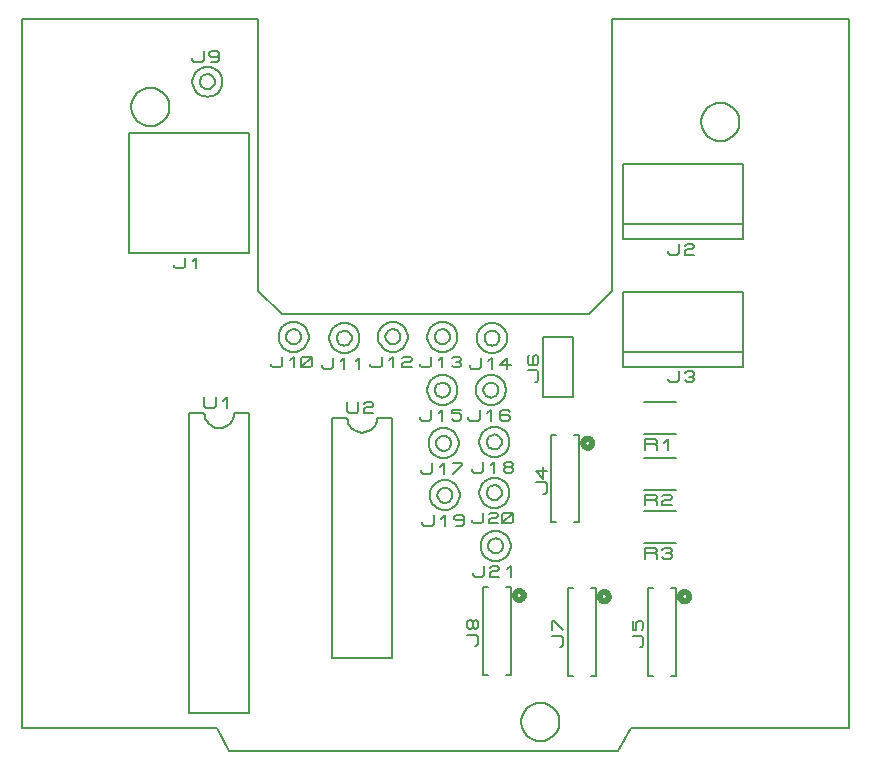
<source format=gbr>
G04 PROTEUS GERBER X2 FILE*
%TF.GenerationSoftware,Labcenter,Proteus,8.12-SP2-Build31155*%
%TF.CreationDate,2022-12-03T19:28:30+00:00*%
%TF.FileFunction,Legend,Top*%
%TF.FilePolarity,Positive*%
%TF.Part,Single*%
%TF.SameCoordinates,{ab386329-c5d6-4b76-aca3-cb6d5b16447b}*%
%FSLAX45Y45*%
%MOMM*%
G01*
%TA.AperFunction,Profile*%
%ADD20C,0.203200*%
%TA.AperFunction,Material*%
%ADD26C,0.203200*%
%ADD27C,0.508000*%
%ADD28C,0.152400*%
%ADD29C,0.200000*%
%TD.AperFunction*%
D20*
X+0Y+0D02*
X+1650000Y+0D01*
X+7000000Y+0D02*
X+7000000Y+6000000D01*
X+5000000Y+6000000D01*
X+5000000Y+3700000D01*
X+4800000Y+3500000D01*
X+2200000Y+3500000D01*
X+2000000Y+3700000D02*
X+2000000Y+6000000D01*
X+0Y+6000000D01*
X+0Y+0D01*
X+2000000Y+3700000D02*
X+2200000Y+3500000D01*
X+5160000Y+0D02*
X+7000000Y+0D01*
X+1750000Y-200000D02*
X+5050000Y-200000D01*
X+1650000Y+0D02*
X+1750000Y-200000D01*
X+5160000Y+0D02*
X+5050000Y-200000D01*
X+4550045Y+50000D02*
X+4549508Y+63142D01*
X+4545144Y+89427D01*
X+4536029Y+115712D01*
X+4521182Y+141997D01*
X+4498470Y+168118D01*
X+4472185Y+187898D01*
X+4445900Y+200658D01*
X+4419615Y+208108D01*
X+4393330Y+210987D01*
X+4389000Y+211045D01*
X+4227955Y+50000D02*
X+4228492Y+63142D01*
X+4232856Y+89427D01*
X+4241971Y+115712D01*
X+4256818Y+141997D01*
X+4279530Y+168118D01*
X+4305815Y+187898D01*
X+4332100Y+200658D01*
X+4358385Y+208108D01*
X+4384670Y+210987D01*
X+4389000Y+211045D01*
X+4227955Y+50000D02*
X+4228492Y+36858D01*
X+4232856Y+10573D01*
X+4241971Y-15712D01*
X+4256818Y-41997D01*
X+4279530Y-68118D01*
X+4305815Y-87898D01*
X+4332100Y-100658D01*
X+4358385Y-108108D01*
X+4384670Y-110987D01*
X+4389000Y-111045D01*
X+4550045Y+50000D02*
X+4549508Y+36858D01*
X+4545144Y+10573D01*
X+4536029Y-15712D01*
X+4521182Y-41997D01*
X+4498470Y-68118D01*
X+4472185Y-87898D01*
X+4445900Y-100658D01*
X+4419615Y-108108D01*
X+4393330Y-110987D01*
X+4389000Y-111045D01*
X+6074045Y+5130000D02*
X+6073508Y+5143142D01*
X+6069144Y+5169427D01*
X+6060029Y+5195712D01*
X+6045182Y+5221997D01*
X+6022470Y+5248118D01*
X+5996185Y+5267898D01*
X+5969900Y+5280658D01*
X+5943615Y+5288108D01*
X+5917330Y+5290987D01*
X+5913000Y+5291045D01*
X+5751955Y+5130000D02*
X+5752492Y+5143142D01*
X+5756856Y+5169427D01*
X+5765971Y+5195712D01*
X+5780818Y+5221997D01*
X+5803530Y+5248118D01*
X+5829815Y+5267898D01*
X+5856100Y+5280658D01*
X+5882385Y+5288108D01*
X+5908670Y+5290987D01*
X+5913000Y+5291045D01*
X+5751955Y+5130000D02*
X+5752492Y+5116858D01*
X+5756856Y+5090573D01*
X+5765971Y+5064288D01*
X+5780818Y+5038003D01*
X+5803530Y+5011882D01*
X+5829815Y+4992102D01*
X+5856100Y+4979342D01*
X+5882385Y+4971892D01*
X+5908670Y+4969013D01*
X+5913000Y+4968955D01*
X+6074045Y+5130000D02*
X+6073508Y+5116858D01*
X+6069144Y+5090573D01*
X+6060029Y+5064288D01*
X+6045182Y+5038003D01*
X+6022470Y+5011882D01*
X+5996185Y+4992102D01*
X+5969900Y+4979342D01*
X+5943615Y+4971892D01*
X+5917330Y+4969013D01*
X+5913000Y+4968955D01*
X+1248045Y+5257000D02*
X+1247508Y+5270142D01*
X+1243144Y+5296427D01*
X+1234029Y+5322712D01*
X+1219182Y+5348997D01*
X+1196470Y+5375118D01*
X+1170185Y+5394898D01*
X+1143900Y+5407658D01*
X+1117615Y+5415108D01*
X+1091330Y+5417987D01*
X+1087000Y+5418045D01*
X+925955Y+5257000D02*
X+926492Y+5270142D01*
X+930856Y+5296427D01*
X+939971Y+5322712D01*
X+954818Y+5348997D01*
X+977530Y+5375118D01*
X+1003815Y+5394898D01*
X+1030100Y+5407658D01*
X+1056385Y+5415108D01*
X+1082670Y+5417987D01*
X+1087000Y+5418045D01*
X+925955Y+5257000D02*
X+926492Y+5243858D01*
X+930856Y+5217573D01*
X+939971Y+5191288D01*
X+954818Y+5165003D01*
X+977530Y+5138882D01*
X+1003815Y+5119102D01*
X+1030100Y+5106342D01*
X+1056385Y+5098892D01*
X+1082670Y+5096013D01*
X+1087000Y+5095955D01*
X+1248045Y+5257000D02*
X+1247508Y+5243858D01*
X+1243144Y+5217573D01*
X+1234029Y+5191288D01*
X+1219182Y+5165003D01*
X+1196470Y+5138882D01*
X+1170185Y+5119102D01*
X+1143900Y+5106342D01*
X+1117615Y+5098892D01*
X+1091330Y+5096013D01*
X+1087000Y+5095955D01*
D26*
X+1417000Y+2667000D02*
X+1544000Y+2667000D01*
X+1671000Y+2540000D02*
X+1696876Y+2542436D01*
X+1720848Y+2549485D01*
X+1742438Y+2560762D01*
X+1761170Y+2575878D01*
X+1776569Y+2594446D01*
X+1788158Y+2616081D01*
X+1795460Y+2640394D01*
X+1798000Y+2667000D01*
X+1671000Y+2540000D02*
X+1644394Y+2542436D01*
X+1620081Y+2549485D01*
X+1598446Y+2560762D01*
X+1579878Y+2575878D01*
X+1564762Y+2594446D01*
X+1553485Y+2616081D01*
X+1546436Y+2640394D01*
X+1544000Y+2667000D01*
X+1798000Y+2667000D02*
X+1925000Y+2667000D01*
X+1417000Y+127000D02*
X+1925000Y+127000D01*
X+1417000Y+2667000D02*
X+1417000Y+127000D01*
X+1925000Y+2667000D02*
X+1925000Y+127000D01*
X+1544000Y+2799080D02*
X+1544000Y+2722880D01*
X+1559875Y+2707640D01*
X+1623375Y+2707640D01*
X+1639250Y+2722880D01*
X+1639250Y+2799080D01*
X+1702750Y+2768600D02*
X+1734500Y+2799080D01*
X+1734500Y+2707640D01*
X+2627000Y+2627000D02*
X+2754000Y+2627000D01*
X+2881000Y+2500000D02*
X+2906876Y+2502436D01*
X+2930848Y+2509485D01*
X+2952438Y+2520762D01*
X+2971170Y+2535878D01*
X+2986569Y+2554446D01*
X+2998158Y+2576081D01*
X+3005460Y+2600394D01*
X+3008000Y+2627000D01*
X+2881000Y+2500000D02*
X+2854394Y+2502436D01*
X+2830081Y+2509485D01*
X+2808446Y+2520762D01*
X+2789878Y+2535878D01*
X+2774762Y+2554446D01*
X+2763485Y+2576081D01*
X+2756436Y+2600394D01*
X+2754000Y+2627000D01*
X+3008000Y+2627000D02*
X+3135000Y+2627000D01*
X+2627000Y+595000D02*
X+3135000Y+595000D01*
X+2627000Y+2627000D02*
X+2627000Y+595000D01*
X+3135000Y+595000D02*
X+3135000Y+2627000D01*
X+2754000Y+2759080D02*
X+2754000Y+2682880D01*
X+2769875Y+2667640D01*
X+2833375Y+2667640D01*
X+2849250Y+2682880D01*
X+2849250Y+2759080D01*
X+2896875Y+2743840D02*
X+2912750Y+2759080D01*
X+2960375Y+2759080D01*
X+2976250Y+2743840D01*
X+2976250Y+2728600D01*
X+2960375Y+2713360D01*
X+2912750Y+2713360D01*
X+2896875Y+2698120D01*
X+2896875Y+2667640D01*
X+2976250Y+2667640D01*
X+1922000Y+4022000D02*
X+1922000Y+5038000D01*
X+906000Y+4022000D02*
X+906000Y+5038000D01*
X+1922000Y+5038000D02*
X+906000Y+5038000D01*
X+1922000Y+4022000D02*
X+906000Y+4022000D01*
X+1287000Y+3920400D02*
X+1287000Y+3905160D01*
X+1302875Y+3889920D01*
X+1366375Y+3889920D01*
X+1382250Y+3905160D01*
X+1382250Y+3981360D01*
X+1445750Y+3950880D02*
X+1477500Y+3981360D01*
X+1477500Y+3889920D01*
X+5088000Y+4139000D02*
X+6104000Y+4139000D01*
X+6104000Y+4774000D01*
X+5088000Y+4774000D01*
X+5088000Y+4139000D01*
X+6104000Y+4266000D02*
X+5088000Y+4266000D01*
X+5469000Y+4037400D02*
X+5469000Y+4022160D01*
X+5484875Y+4006920D01*
X+5548375Y+4006920D01*
X+5564250Y+4022160D01*
X+5564250Y+4098360D01*
X+5611875Y+4083120D02*
X+5627750Y+4098360D01*
X+5675375Y+4098360D01*
X+5691250Y+4083120D01*
X+5691250Y+4067880D01*
X+5675375Y+4052640D01*
X+5627750Y+4052640D01*
X+5611875Y+4037400D01*
X+5611875Y+4006920D01*
X+5691250Y+4006920D01*
X+5088000Y+3059000D02*
X+6104000Y+3059000D01*
X+6104000Y+3694000D01*
X+5088000Y+3694000D01*
X+5088000Y+3059000D01*
X+6104000Y+3186000D02*
X+5088000Y+3186000D01*
X+5469000Y+2957400D02*
X+5469000Y+2942160D01*
X+5484875Y+2926920D01*
X+5548375Y+2926920D01*
X+5564250Y+2942160D01*
X+5564250Y+3018360D01*
X+5611875Y+3003120D02*
X+5627750Y+3018360D01*
X+5675375Y+3018360D01*
X+5691250Y+3003120D01*
X+5691250Y+2987880D01*
X+5675375Y+2972640D01*
X+5691250Y+2957400D01*
X+5691250Y+2942160D01*
X+5675375Y+2926920D01*
X+5627750Y+2926920D01*
X+5611875Y+2942160D01*
X+5643625Y+2972640D02*
X+5675375Y+2972640D01*
D27*
X+5648600Y+1110000D02*
X+5648469Y+1113158D01*
X+5647403Y+1119476D01*
X+5645172Y+1125794D01*
X+5641527Y+1132112D01*
X+5635952Y+1138351D01*
X+5629634Y+1142947D01*
X+5623316Y+1145880D01*
X+5616998Y+1147542D01*
X+5610680Y+1148100D01*
X+5610500Y+1148100D01*
X+5572400Y+1110000D02*
X+5572531Y+1113158D01*
X+5573597Y+1119476D01*
X+5575828Y+1125794D01*
X+5579473Y+1132112D01*
X+5585048Y+1138351D01*
X+5591366Y+1142947D01*
X+5597684Y+1145880D01*
X+5604002Y+1147542D01*
X+5610320Y+1148100D01*
X+5610500Y+1148100D01*
X+5572400Y+1110000D02*
X+5572531Y+1106842D01*
X+5573597Y+1100524D01*
X+5575828Y+1094206D01*
X+5579473Y+1087888D01*
X+5585048Y+1081649D01*
X+5591366Y+1077053D01*
X+5597684Y+1074120D01*
X+5604002Y+1072458D01*
X+5610320Y+1071900D01*
X+5610500Y+1071900D01*
X+5648600Y+1110000D02*
X+5648469Y+1106842D01*
X+5647403Y+1100524D01*
X+5645172Y+1094206D01*
X+5641527Y+1087888D01*
X+5635952Y+1081649D01*
X+5629634Y+1077053D01*
X+5623316Y+1074120D01*
X+5616998Y+1072458D01*
X+5610680Y+1071900D01*
X+5610500Y+1071900D01*
D28*
X+5539380Y+440150D02*
X+5539380Y+1179850D01*
X+5495865Y+1179850D01*
X+5300620Y+1179850D02*
X+5300620Y+440150D01*
X+5344135Y+440150D01*
X+5495865Y+440150D02*
X+5539380Y+440150D01*
X+5344135Y+1179850D02*
X+5300620Y+1179850D01*
D26*
X+5232040Y+683000D02*
X+5247280Y+683000D01*
X+5262520Y+698875D01*
X+5262520Y+762375D01*
X+5247280Y+778250D01*
X+5171080Y+778250D01*
X+5171080Y+905250D02*
X+5171080Y+825875D01*
X+5201560Y+825875D01*
X+5201560Y+889375D01*
X+5216800Y+905250D01*
X+5247280Y+905250D01*
X+5262520Y+889375D01*
X+5262520Y+841750D01*
X+5247280Y+825875D01*
D27*
X+4968600Y+1110000D02*
X+4968469Y+1113158D01*
X+4967403Y+1119476D01*
X+4965172Y+1125794D01*
X+4961527Y+1132112D01*
X+4955952Y+1138351D01*
X+4949634Y+1142947D01*
X+4943316Y+1145880D01*
X+4936998Y+1147542D01*
X+4930680Y+1148100D01*
X+4930500Y+1148100D01*
X+4892400Y+1110000D02*
X+4892531Y+1113158D01*
X+4893597Y+1119476D01*
X+4895828Y+1125794D01*
X+4899473Y+1132112D01*
X+4905048Y+1138351D01*
X+4911366Y+1142947D01*
X+4917684Y+1145880D01*
X+4924002Y+1147542D01*
X+4930320Y+1148100D01*
X+4930500Y+1148100D01*
X+4892400Y+1110000D02*
X+4892531Y+1106842D01*
X+4893597Y+1100524D01*
X+4895828Y+1094206D01*
X+4899473Y+1087888D01*
X+4905048Y+1081649D01*
X+4911366Y+1077053D01*
X+4917684Y+1074120D01*
X+4924002Y+1072458D01*
X+4930320Y+1071900D01*
X+4930500Y+1071900D01*
X+4968600Y+1110000D02*
X+4968469Y+1106842D01*
X+4967403Y+1100524D01*
X+4965172Y+1094206D01*
X+4961527Y+1087888D01*
X+4955952Y+1081649D01*
X+4949634Y+1077053D01*
X+4943316Y+1074120D01*
X+4936998Y+1072458D01*
X+4930680Y+1071900D01*
X+4930500Y+1071900D01*
D28*
X+4859380Y+440150D02*
X+4859380Y+1179850D01*
X+4815865Y+1179850D01*
X+4620620Y+1179850D02*
X+4620620Y+440150D01*
X+4664135Y+440150D01*
X+4815865Y+440150D02*
X+4859380Y+440150D01*
X+4664135Y+1179850D02*
X+4620620Y+1179850D01*
D26*
X+4552040Y+683000D02*
X+4567280Y+683000D01*
X+4582520Y+698875D01*
X+4582520Y+762375D01*
X+4567280Y+778250D01*
X+4491080Y+778250D01*
X+4491080Y+825875D02*
X+4491080Y+905250D01*
X+4506320Y+905250D01*
X+4582520Y+825875D01*
D27*
X+4248600Y+1120000D02*
X+4248469Y+1123158D01*
X+4247403Y+1129476D01*
X+4245172Y+1135794D01*
X+4241527Y+1142112D01*
X+4235952Y+1148351D01*
X+4229634Y+1152947D01*
X+4223316Y+1155880D01*
X+4216998Y+1157542D01*
X+4210680Y+1158100D01*
X+4210500Y+1158100D01*
X+4172400Y+1120000D02*
X+4172531Y+1123158D01*
X+4173597Y+1129476D01*
X+4175828Y+1135794D01*
X+4179473Y+1142112D01*
X+4185048Y+1148351D01*
X+4191366Y+1152947D01*
X+4197684Y+1155880D01*
X+4204002Y+1157542D01*
X+4210320Y+1158100D01*
X+4210500Y+1158100D01*
X+4172400Y+1120000D02*
X+4172531Y+1116842D01*
X+4173597Y+1110524D01*
X+4175828Y+1104206D01*
X+4179473Y+1097888D01*
X+4185048Y+1091649D01*
X+4191366Y+1087053D01*
X+4197684Y+1084120D01*
X+4204002Y+1082458D01*
X+4210320Y+1081900D01*
X+4210500Y+1081900D01*
X+4248600Y+1120000D02*
X+4248469Y+1116842D01*
X+4247403Y+1110524D01*
X+4245172Y+1104206D01*
X+4241527Y+1097888D01*
X+4235952Y+1091649D01*
X+4229634Y+1087053D01*
X+4223316Y+1084120D01*
X+4216998Y+1082458D01*
X+4210680Y+1081900D01*
X+4210500Y+1081900D01*
D28*
X+4139380Y+450150D02*
X+4139380Y+1189850D01*
X+4095865Y+1189850D01*
X+3900620Y+1189850D02*
X+3900620Y+450150D01*
X+3944135Y+450150D01*
X+4095865Y+450150D02*
X+4139380Y+450150D01*
X+3944135Y+1189850D02*
X+3900620Y+1189850D01*
D26*
X+3832040Y+693000D02*
X+3847280Y+693000D01*
X+3862520Y+708875D01*
X+3862520Y+772375D01*
X+3847280Y+788250D01*
X+3771080Y+788250D01*
X+3816800Y+851750D02*
X+3801560Y+835875D01*
X+3786320Y+835875D01*
X+3771080Y+851750D01*
X+3771080Y+899375D01*
X+3786320Y+915250D01*
X+3801560Y+915250D01*
X+3816800Y+899375D01*
X+3816800Y+851750D01*
X+3832040Y+835875D01*
X+3847280Y+835875D01*
X+3862520Y+851750D01*
X+3862520Y+899375D01*
X+3847280Y+915250D01*
X+3832040Y+915250D01*
X+3816800Y+899375D01*
X+1697000Y+5470000D02*
X+1696573Y+5480409D01*
X+1693101Y+5501228D01*
X+1685845Y+5522047D01*
X+1674017Y+5542866D01*
X+1655920Y+5563524D01*
X+1635101Y+5579045D01*
X+1614282Y+5589030D01*
X+1593463Y+5594814D01*
X+1572644Y+5596972D01*
X+1570000Y+5597000D01*
X+1443000Y+5470000D02*
X+1443427Y+5480409D01*
X+1446899Y+5501228D01*
X+1454155Y+5522047D01*
X+1465983Y+5542866D01*
X+1484080Y+5563524D01*
X+1504899Y+5579045D01*
X+1525718Y+5589030D01*
X+1546537Y+5594814D01*
X+1567356Y+5596972D01*
X+1570000Y+5597000D01*
X+1443000Y+5470000D02*
X+1443427Y+5459591D01*
X+1446899Y+5438772D01*
X+1454155Y+5417953D01*
X+1465983Y+5397134D01*
X+1484080Y+5376476D01*
X+1504899Y+5360955D01*
X+1525718Y+5350970D01*
X+1546537Y+5345186D01*
X+1567356Y+5343028D01*
X+1570000Y+5343000D01*
X+1697000Y+5470000D02*
X+1696573Y+5459591D01*
X+1693101Y+5438772D01*
X+1685845Y+5417953D01*
X+1674017Y+5397134D01*
X+1655920Y+5376476D01*
X+1635101Y+5360955D01*
X+1614282Y+5350970D01*
X+1593463Y+5345186D01*
X+1572644Y+5343028D01*
X+1570000Y+5343000D01*
X+1633500Y+5470000D02*
X+1633283Y+5475247D01*
X+1631518Y+5485742D01*
X+1627826Y+5496237D01*
X+1621798Y+5506732D01*
X+1612576Y+5517112D01*
X+1602081Y+5524800D01*
X+1591586Y+5529718D01*
X+1581091Y+5532524D01*
X+1570596Y+5533497D01*
X+1570000Y+5533500D01*
X+1506500Y+5470000D02*
X+1506717Y+5475247D01*
X+1508482Y+5485742D01*
X+1512174Y+5496237D01*
X+1518202Y+5506732D01*
X+1527424Y+5517112D01*
X+1537919Y+5524800D01*
X+1548414Y+5529718D01*
X+1558909Y+5532524D01*
X+1569404Y+5533497D01*
X+1570000Y+5533500D01*
X+1506500Y+5470000D02*
X+1506717Y+5464753D01*
X+1508482Y+5454258D01*
X+1512174Y+5443763D01*
X+1518202Y+5433268D01*
X+1527424Y+5422888D01*
X+1537919Y+5415200D01*
X+1548414Y+5410282D01*
X+1558909Y+5407476D01*
X+1569404Y+5406503D01*
X+1570000Y+5406500D01*
X+1633500Y+5470000D02*
X+1633283Y+5464753D01*
X+1631518Y+5454258D01*
X+1627826Y+5443763D01*
X+1621798Y+5433268D01*
X+1612576Y+5422888D01*
X+1602081Y+5415200D01*
X+1591586Y+5410282D01*
X+1581091Y+5407476D01*
X+1570596Y+5406503D01*
X+1570000Y+5406500D01*
X+1443000Y+5668120D02*
X+1443000Y+5652880D01*
X+1458875Y+5637640D01*
X+1522375Y+5637640D01*
X+1538250Y+5652880D01*
X+1538250Y+5729080D01*
X+1665250Y+5698600D02*
X+1649375Y+5683360D01*
X+1601750Y+5683360D01*
X+1585875Y+5698600D01*
X+1585875Y+5713840D01*
X+1601750Y+5729080D01*
X+1649375Y+5729080D01*
X+1665250Y+5713840D01*
X+1665250Y+5652880D01*
X+1649375Y+5637640D01*
X+1601750Y+5637640D01*
X+4413000Y+2803000D02*
X+4667000Y+2803000D01*
X+4667000Y+3311000D01*
X+4413000Y+3311000D01*
X+4413000Y+2803000D01*
X+4341880Y+2930000D02*
X+4357120Y+2930000D01*
X+4372360Y+2945875D01*
X+4372360Y+3009375D01*
X+4357120Y+3025250D01*
X+4280920Y+3025250D01*
X+4296160Y+3152250D02*
X+4280920Y+3136375D01*
X+4280920Y+3088750D01*
X+4296160Y+3072875D01*
X+4357120Y+3072875D01*
X+4372360Y+3088750D01*
X+4372360Y+3136375D01*
X+4357120Y+3152250D01*
X+4341880Y+3152250D01*
X+4326640Y+3136375D01*
X+4326640Y+3072875D01*
D27*
X+4828600Y+2410000D02*
X+4828469Y+2413158D01*
X+4827403Y+2419476D01*
X+4825172Y+2425794D01*
X+4821527Y+2432112D01*
X+4815952Y+2438351D01*
X+4809634Y+2442947D01*
X+4803316Y+2445880D01*
X+4796998Y+2447542D01*
X+4790680Y+2448100D01*
X+4790500Y+2448100D01*
X+4752400Y+2410000D02*
X+4752531Y+2413158D01*
X+4753597Y+2419476D01*
X+4755828Y+2425794D01*
X+4759473Y+2432112D01*
X+4765048Y+2438351D01*
X+4771366Y+2442947D01*
X+4777684Y+2445880D01*
X+4784002Y+2447542D01*
X+4790320Y+2448100D01*
X+4790500Y+2448100D01*
X+4752400Y+2410000D02*
X+4752531Y+2406842D01*
X+4753597Y+2400524D01*
X+4755828Y+2394206D01*
X+4759473Y+2387888D01*
X+4765048Y+2381649D01*
X+4771366Y+2377053D01*
X+4777684Y+2374120D01*
X+4784002Y+2372458D01*
X+4790320Y+2371900D01*
X+4790500Y+2371900D01*
X+4828600Y+2410000D02*
X+4828469Y+2406842D01*
X+4827403Y+2400524D01*
X+4825172Y+2394206D01*
X+4821527Y+2387888D01*
X+4815952Y+2381649D01*
X+4809634Y+2377053D01*
X+4803316Y+2374120D01*
X+4796998Y+2372458D01*
X+4790680Y+2371900D01*
X+4790500Y+2371900D01*
D28*
X+4719380Y+1740150D02*
X+4719380Y+2479850D01*
X+4675865Y+2479850D01*
X+4480620Y+2479850D02*
X+4480620Y+1740150D01*
X+4524135Y+1740150D01*
X+4675865Y+1740150D02*
X+4719380Y+1740150D01*
X+4524135Y+2479850D02*
X+4480620Y+2479850D01*
D26*
X+4412040Y+1983000D02*
X+4427280Y+1983000D01*
X+4442520Y+1998875D01*
X+4442520Y+2062375D01*
X+4427280Y+2078250D01*
X+4351080Y+2078250D01*
X+4412040Y+2205250D02*
X+4412040Y+2110000D01*
X+4351080Y+2173500D01*
X+4442520Y+2173500D01*
D29*
X+5540000Y+2755000D02*
X+5270000Y+2755000D01*
X+5540000Y+2485000D02*
X+5270000Y+2485000D01*
D26*
X+5278000Y+2353080D02*
X+5278000Y+2444520D01*
X+5357375Y+2444520D01*
X+5373250Y+2429280D01*
X+5373250Y+2414040D01*
X+5357375Y+2398800D01*
X+5278000Y+2398800D01*
X+5357375Y+2398800D02*
X+5373250Y+2383560D01*
X+5373250Y+2353080D01*
X+5436750Y+2414040D02*
X+5468500Y+2444520D01*
X+5468500Y+2353080D01*
D29*
X+5540000Y+2285000D02*
X+5270000Y+2285000D01*
X+5540000Y+2015000D02*
X+5270000Y+2015000D01*
D26*
X+5278000Y+1883080D02*
X+5278000Y+1974520D01*
X+5357375Y+1974520D01*
X+5373250Y+1959280D01*
X+5373250Y+1944040D01*
X+5357375Y+1928800D01*
X+5278000Y+1928800D01*
X+5357375Y+1928800D02*
X+5373250Y+1913560D01*
X+5373250Y+1883080D01*
X+5420875Y+1959280D02*
X+5436750Y+1974520D01*
X+5484375Y+1974520D01*
X+5500250Y+1959280D01*
X+5500250Y+1944040D01*
X+5484375Y+1928800D01*
X+5436750Y+1928800D01*
X+5420875Y+1913560D01*
X+5420875Y+1883080D01*
X+5500250Y+1883080D01*
D29*
X+5540000Y+1835000D02*
X+5270000Y+1835000D01*
X+5540000Y+1565000D02*
X+5270000Y+1565000D01*
D26*
X+5278000Y+1433080D02*
X+5278000Y+1524520D01*
X+5357375Y+1524520D01*
X+5373250Y+1509280D01*
X+5373250Y+1494040D01*
X+5357375Y+1478800D01*
X+5278000Y+1478800D01*
X+5357375Y+1478800D02*
X+5373250Y+1463560D01*
X+5373250Y+1433080D01*
X+5420875Y+1509280D02*
X+5436750Y+1524520D01*
X+5484375Y+1524520D01*
X+5500250Y+1509280D01*
X+5500250Y+1494040D01*
X+5484375Y+1478800D01*
X+5500250Y+1463560D01*
X+5500250Y+1448320D01*
X+5484375Y+1433080D01*
X+5436750Y+1433080D01*
X+5420875Y+1448320D01*
X+5452625Y+1478800D02*
X+5484375Y+1478800D01*
X+2427000Y+3310000D02*
X+2426573Y+3320409D01*
X+2423101Y+3341228D01*
X+2415845Y+3362047D01*
X+2404017Y+3382866D01*
X+2385920Y+3403524D01*
X+2365101Y+3419045D01*
X+2344282Y+3429030D01*
X+2323463Y+3434814D01*
X+2302644Y+3436972D01*
X+2300000Y+3437000D01*
X+2173000Y+3310000D02*
X+2173427Y+3320409D01*
X+2176899Y+3341228D01*
X+2184155Y+3362047D01*
X+2195983Y+3382866D01*
X+2214080Y+3403524D01*
X+2234899Y+3419045D01*
X+2255718Y+3429030D01*
X+2276537Y+3434814D01*
X+2297356Y+3436972D01*
X+2300000Y+3437000D01*
X+2173000Y+3310000D02*
X+2173427Y+3299591D01*
X+2176899Y+3278772D01*
X+2184155Y+3257953D01*
X+2195983Y+3237134D01*
X+2214080Y+3216476D01*
X+2234899Y+3200955D01*
X+2255718Y+3190970D01*
X+2276537Y+3185186D01*
X+2297356Y+3183028D01*
X+2300000Y+3183000D01*
X+2427000Y+3310000D02*
X+2426573Y+3299591D01*
X+2423101Y+3278772D01*
X+2415845Y+3257953D01*
X+2404017Y+3237134D01*
X+2385920Y+3216476D01*
X+2365101Y+3200955D01*
X+2344282Y+3190970D01*
X+2323463Y+3185186D01*
X+2302644Y+3183028D01*
X+2300000Y+3183000D01*
X+2363500Y+3310000D02*
X+2363283Y+3315247D01*
X+2361518Y+3325742D01*
X+2357826Y+3336237D01*
X+2351798Y+3346732D01*
X+2342576Y+3357112D01*
X+2332081Y+3364800D01*
X+2321586Y+3369718D01*
X+2311091Y+3372524D01*
X+2300596Y+3373497D01*
X+2300000Y+3373500D01*
X+2236500Y+3310000D02*
X+2236717Y+3315247D01*
X+2238482Y+3325742D01*
X+2242174Y+3336237D01*
X+2248202Y+3346732D01*
X+2257424Y+3357112D01*
X+2267919Y+3364800D01*
X+2278414Y+3369718D01*
X+2288909Y+3372524D01*
X+2299404Y+3373497D01*
X+2300000Y+3373500D01*
X+2236500Y+3310000D02*
X+2236717Y+3304753D01*
X+2238482Y+3294258D01*
X+2242174Y+3283763D01*
X+2248202Y+3273268D01*
X+2257424Y+3262888D01*
X+2267919Y+3255200D01*
X+2278414Y+3250282D01*
X+2288909Y+3247476D01*
X+2299404Y+3246503D01*
X+2300000Y+3246500D01*
X+2363500Y+3310000D02*
X+2363283Y+3304753D01*
X+2361518Y+3294258D01*
X+2357826Y+3283763D01*
X+2351798Y+3273268D01*
X+2342576Y+3262888D01*
X+2332081Y+3255200D01*
X+2321586Y+3250282D01*
X+2311091Y+3247476D01*
X+2300596Y+3246503D01*
X+2300000Y+3246500D01*
X+2109500Y+3081400D02*
X+2109500Y+3066160D01*
X+2125375Y+3050920D01*
X+2188875Y+3050920D01*
X+2204750Y+3066160D01*
X+2204750Y+3142360D01*
X+2268250Y+3111880D02*
X+2300000Y+3142360D01*
X+2300000Y+3050920D01*
X+2363500Y+3066160D02*
X+2363500Y+3127120D01*
X+2379375Y+3142360D01*
X+2442875Y+3142360D01*
X+2458750Y+3127120D01*
X+2458750Y+3066160D01*
X+2442875Y+3050920D01*
X+2379375Y+3050920D01*
X+2363500Y+3066160D01*
X+2363500Y+3050920D02*
X+2458750Y+3142360D01*
X+2857000Y+3300000D02*
X+2856573Y+3310409D01*
X+2853101Y+3331228D01*
X+2845845Y+3352047D01*
X+2834017Y+3372866D01*
X+2815920Y+3393524D01*
X+2795101Y+3409045D01*
X+2774282Y+3419030D01*
X+2753463Y+3424814D01*
X+2732644Y+3426972D01*
X+2730000Y+3427000D01*
X+2603000Y+3300000D02*
X+2603427Y+3310409D01*
X+2606899Y+3331228D01*
X+2614155Y+3352047D01*
X+2625983Y+3372866D01*
X+2644080Y+3393524D01*
X+2664899Y+3409045D01*
X+2685718Y+3419030D01*
X+2706537Y+3424814D01*
X+2727356Y+3426972D01*
X+2730000Y+3427000D01*
X+2603000Y+3300000D02*
X+2603427Y+3289591D01*
X+2606899Y+3268772D01*
X+2614155Y+3247953D01*
X+2625983Y+3227134D01*
X+2644080Y+3206476D01*
X+2664899Y+3190955D01*
X+2685718Y+3180970D01*
X+2706537Y+3175186D01*
X+2727356Y+3173028D01*
X+2730000Y+3173000D01*
X+2857000Y+3300000D02*
X+2856573Y+3289591D01*
X+2853101Y+3268772D01*
X+2845845Y+3247953D01*
X+2834017Y+3227134D01*
X+2815920Y+3206476D01*
X+2795101Y+3190955D01*
X+2774282Y+3180970D01*
X+2753463Y+3175186D01*
X+2732644Y+3173028D01*
X+2730000Y+3173000D01*
X+2793500Y+3300000D02*
X+2793283Y+3305247D01*
X+2791518Y+3315742D01*
X+2787826Y+3326237D01*
X+2781798Y+3336732D01*
X+2772576Y+3347112D01*
X+2762081Y+3354800D01*
X+2751586Y+3359718D01*
X+2741091Y+3362524D01*
X+2730596Y+3363497D01*
X+2730000Y+3363500D01*
X+2666500Y+3300000D02*
X+2666717Y+3305247D01*
X+2668482Y+3315742D01*
X+2672174Y+3326237D01*
X+2678202Y+3336732D01*
X+2687424Y+3347112D01*
X+2697919Y+3354800D01*
X+2708414Y+3359718D01*
X+2718909Y+3362524D01*
X+2729404Y+3363497D01*
X+2730000Y+3363500D01*
X+2666500Y+3300000D02*
X+2666717Y+3294753D01*
X+2668482Y+3284258D01*
X+2672174Y+3273763D01*
X+2678202Y+3263268D01*
X+2687424Y+3252888D01*
X+2697919Y+3245200D01*
X+2708414Y+3240282D01*
X+2718909Y+3237476D01*
X+2729404Y+3236503D01*
X+2730000Y+3236500D01*
X+2793500Y+3300000D02*
X+2793283Y+3294753D01*
X+2791518Y+3284258D01*
X+2787826Y+3273763D01*
X+2781798Y+3263268D01*
X+2772576Y+3252888D01*
X+2762081Y+3245200D01*
X+2751586Y+3240282D01*
X+2741091Y+3237476D01*
X+2730596Y+3236503D01*
X+2730000Y+3236500D01*
X+2539500Y+3071400D02*
X+2539500Y+3056160D01*
X+2555375Y+3040920D01*
X+2618875Y+3040920D01*
X+2634750Y+3056160D01*
X+2634750Y+3132360D01*
X+2698250Y+3101880D02*
X+2730000Y+3132360D01*
X+2730000Y+3040920D01*
X+2825250Y+3101880D02*
X+2857000Y+3132360D01*
X+2857000Y+3040920D01*
X+3267000Y+3310000D02*
X+3266573Y+3320409D01*
X+3263101Y+3341228D01*
X+3255845Y+3362047D01*
X+3244017Y+3382866D01*
X+3225920Y+3403524D01*
X+3205101Y+3419045D01*
X+3184282Y+3429030D01*
X+3163463Y+3434814D01*
X+3142644Y+3436972D01*
X+3140000Y+3437000D01*
X+3013000Y+3310000D02*
X+3013427Y+3320409D01*
X+3016899Y+3341228D01*
X+3024155Y+3362047D01*
X+3035983Y+3382866D01*
X+3054080Y+3403524D01*
X+3074899Y+3419045D01*
X+3095718Y+3429030D01*
X+3116537Y+3434814D01*
X+3137356Y+3436972D01*
X+3140000Y+3437000D01*
X+3013000Y+3310000D02*
X+3013427Y+3299591D01*
X+3016899Y+3278772D01*
X+3024155Y+3257953D01*
X+3035983Y+3237134D01*
X+3054080Y+3216476D01*
X+3074899Y+3200955D01*
X+3095718Y+3190970D01*
X+3116537Y+3185186D01*
X+3137356Y+3183028D01*
X+3140000Y+3183000D01*
X+3267000Y+3310000D02*
X+3266573Y+3299591D01*
X+3263101Y+3278772D01*
X+3255845Y+3257953D01*
X+3244017Y+3237134D01*
X+3225920Y+3216476D01*
X+3205101Y+3200955D01*
X+3184282Y+3190970D01*
X+3163463Y+3185186D01*
X+3142644Y+3183028D01*
X+3140000Y+3183000D01*
X+3203500Y+3310000D02*
X+3203283Y+3315247D01*
X+3201518Y+3325742D01*
X+3197826Y+3336237D01*
X+3191798Y+3346732D01*
X+3182576Y+3357112D01*
X+3172081Y+3364800D01*
X+3161586Y+3369718D01*
X+3151091Y+3372524D01*
X+3140596Y+3373497D01*
X+3140000Y+3373500D01*
X+3076500Y+3310000D02*
X+3076717Y+3315247D01*
X+3078482Y+3325742D01*
X+3082174Y+3336237D01*
X+3088202Y+3346732D01*
X+3097424Y+3357112D01*
X+3107919Y+3364800D01*
X+3118414Y+3369718D01*
X+3128909Y+3372524D01*
X+3139404Y+3373497D01*
X+3140000Y+3373500D01*
X+3076500Y+3310000D02*
X+3076717Y+3304753D01*
X+3078482Y+3294258D01*
X+3082174Y+3283763D01*
X+3088202Y+3273268D01*
X+3097424Y+3262888D01*
X+3107919Y+3255200D01*
X+3118414Y+3250282D01*
X+3128909Y+3247476D01*
X+3139404Y+3246503D01*
X+3140000Y+3246500D01*
X+3203500Y+3310000D02*
X+3203283Y+3304753D01*
X+3201518Y+3294258D01*
X+3197826Y+3283763D01*
X+3191798Y+3273268D01*
X+3182576Y+3262888D01*
X+3172081Y+3255200D01*
X+3161586Y+3250282D01*
X+3151091Y+3247476D01*
X+3140596Y+3246503D01*
X+3140000Y+3246500D01*
X+2949500Y+3081400D02*
X+2949500Y+3066160D01*
X+2965375Y+3050920D01*
X+3028875Y+3050920D01*
X+3044750Y+3066160D01*
X+3044750Y+3142360D01*
X+3108250Y+3111880D02*
X+3140000Y+3142360D01*
X+3140000Y+3050920D01*
X+3219375Y+3127120D02*
X+3235250Y+3142360D01*
X+3282875Y+3142360D01*
X+3298750Y+3127120D01*
X+3298750Y+3111880D01*
X+3282875Y+3096640D01*
X+3235250Y+3096640D01*
X+3219375Y+3081400D01*
X+3219375Y+3050920D01*
X+3298750Y+3050920D01*
X+3687000Y+3310000D02*
X+3686573Y+3320409D01*
X+3683101Y+3341228D01*
X+3675845Y+3362047D01*
X+3664017Y+3382866D01*
X+3645920Y+3403524D01*
X+3625101Y+3419045D01*
X+3604282Y+3429030D01*
X+3583463Y+3434814D01*
X+3562644Y+3436972D01*
X+3560000Y+3437000D01*
X+3433000Y+3310000D02*
X+3433427Y+3320409D01*
X+3436899Y+3341228D01*
X+3444155Y+3362047D01*
X+3455983Y+3382866D01*
X+3474080Y+3403524D01*
X+3494899Y+3419045D01*
X+3515718Y+3429030D01*
X+3536537Y+3434814D01*
X+3557356Y+3436972D01*
X+3560000Y+3437000D01*
X+3433000Y+3310000D02*
X+3433427Y+3299591D01*
X+3436899Y+3278772D01*
X+3444155Y+3257953D01*
X+3455983Y+3237134D01*
X+3474080Y+3216476D01*
X+3494899Y+3200955D01*
X+3515718Y+3190970D01*
X+3536537Y+3185186D01*
X+3557356Y+3183028D01*
X+3560000Y+3183000D01*
X+3687000Y+3310000D02*
X+3686573Y+3299591D01*
X+3683101Y+3278772D01*
X+3675845Y+3257953D01*
X+3664017Y+3237134D01*
X+3645920Y+3216476D01*
X+3625101Y+3200955D01*
X+3604282Y+3190970D01*
X+3583463Y+3185186D01*
X+3562644Y+3183028D01*
X+3560000Y+3183000D01*
X+3623500Y+3310000D02*
X+3623283Y+3315247D01*
X+3621518Y+3325742D01*
X+3617826Y+3336237D01*
X+3611798Y+3346732D01*
X+3602576Y+3357112D01*
X+3592081Y+3364800D01*
X+3581586Y+3369718D01*
X+3571091Y+3372524D01*
X+3560596Y+3373497D01*
X+3560000Y+3373500D01*
X+3496500Y+3310000D02*
X+3496717Y+3315247D01*
X+3498482Y+3325742D01*
X+3502174Y+3336237D01*
X+3508202Y+3346732D01*
X+3517424Y+3357112D01*
X+3527919Y+3364800D01*
X+3538414Y+3369718D01*
X+3548909Y+3372524D01*
X+3559404Y+3373497D01*
X+3560000Y+3373500D01*
X+3496500Y+3310000D02*
X+3496717Y+3304753D01*
X+3498482Y+3294258D01*
X+3502174Y+3283763D01*
X+3508202Y+3273268D01*
X+3517424Y+3262888D01*
X+3527919Y+3255200D01*
X+3538414Y+3250282D01*
X+3548909Y+3247476D01*
X+3559404Y+3246503D01*
X+3560000Y+3246500D01*
X+3623500Y+3310000D02*
X+3623283Y+3304753D01*
X+3621518Y+3294258D01*
X+3617826Y+3283763D01*
X+3611798Y+3273268D01*
X+3602576Y+3262888D01*
X+3592081Y+3255200D01*
X+3581586Y+3250282D01*
X+3571091Y+3247476D01*
X+3560596Y+3246503D01*
X+3560000Y+3246500D01*
X+3369500Y+3081400D02*
X+3369500Y+3066160D01*
X+3385375Y+3050920D01*
X+3448875Y+3050920D01*
X+3464750Y+3066160D01*
X+3464750Y+3142360D01*
X+3528250Y+3111880D02*
X+3560000Y+3142360D01*
X+3560000Y+3050920D01*
X+3639375Y+3127120D02*
X+3655250Y+3142360D01*
X+3702875Y+3142360D01*
X+3718750Y+3127120D01*
X+3718750Y+3111880D01*
X+3702875Y+3096640D01*
X+3718750Y+3081400D01*
X+3718750Y+3066160D01*
X+3702875Y+3050920D01*
X+3655250Y+3050920D01*
X+3639375Y+3066160D01*
X+3671125Y+3096640D02*
X+3702875Y+3096640D01*
X+4107000Y+3300000D02*
X+4106573Y+3310409D01*
X+4103101Y+3331228D01*
X+4095845Y+3352047D01*
X+4084017Y+3372866D01*
X+4065920Y+3393524D01*
X+4045101Y+3409045D01*
X+4024282Y+3419030D01*
X+4003463Y+3424814D01*
X+3982644Y+3426972D01*
X+3980000Y+3427000D01*
X+3853000Y+3300000D02*
X+3853427Y+3310409D01*
X+3856899Y+3331228D01*
X+3864155Y+3352047D01*
X+3875983Y+3372866D01*
X+3894080Y+3393524D01*
X+3914899Y+3409045D01*
X+3935718Y+3419030D01*
X+3956537Y+3424814D01*
X+3977356Y+3426972D01*
X+3980000Y+3427000D01*
X+3853000Y+3300000D02*
X+3853427Y+3289591D01*
X+3856899Y+3268772D01*
X+3864155Y+3247953D01*
X+3875983Y+3227134D01*
X+3894080Y+3206476D01*
X+3914899Y+3190955D01*
X+3935718Y+3180970D01*
X+3956537Y+3175186D01*
X+3977356Y+3173028D01*
X+3980000Y+3173000D01*
X+4107000Y+3300000D02*
X+4106573Y+3289591D01*
X+4103101Y+3268772D01*
X+4095845Y+3247953D01*
X+4084017Y+3227134D01*
X+4065920Y+3206476D01*
X+4045101Y+3190955D01*
X+4024282Y+3180970D01*
X+4003463Y+3175186D01*
X+3982644Y+3173028D01*
X+3980000Y+3173000D01*
X+4043500Y+3300000D02*
X+4043283Y+3305247D01*
X+4041518Y+3315742D01*
X+4037826Y+3326237D01*
X+4031798Y+3336732D01*
X+4022576Y+3347112D01*
X+4012081Y+3354800D01*
X+4001586Y+3359718D01*
X+3991091Y+3362524D01*
X+3980596Y+3363497D01*
X+3980000Y+3363500D01*
X+3916500Y+3300000D02*
X+3916717Y+3305247D01*
X+3918482Y+3315742D01*
X+3922174Y+3326237D01*
X+3928202Y+3336732D01*
X+3937424Y+3347112D01*
X+3947919Y+3354800D01*
X+3958414Y+3359718D01*
X+3968909Y+3362524D01*
X+3979404Y+3363497D01*
X+3980000Y+3363500D01*
X+3916500Y+3300000D02*
X+3916717Y+3294753D01*
X+3918482Y+3284258D01*
X+3922174Y+3273763D01*
X+3928202Y+3263268D01*
X+3937424Y+3252888D01*
X+3947919Y+3245200D01*
X+3958414Y+3240282D01*
X+3968909Y+3237476D01*
X+3979404Y+3236503D01*
X+3980000Y+3236500D01*
X+4043500Y+3300000D02*
X+4043283Y+3294753D01*
X+4041518Y+3284258D01*
X+4037826Y+3273763D01*
X+4031798Y+3263268D01*
X+4022576Y+3252888D01*
X+4012081Y+3245200D01*
X+4001586Y+3240282D01*
X+3991091Y+3237476D01*
X+3980596Y+3236503D01*
X+3980000Y+3236500D01*
X+3789500Y+3071400D02*
X+3789500Y+3056160D01*
X+3805375Y+3040920D01*
X+3868875Y+3040920D01*
X+3884750Y+3056160D01*
X+3884750Y+3132360D01*
X+3948250Y+3101880D02*
X+3980000Y+3132360D01*
X+3980000Y+3040920D01*
X+4138750Y+3071400D02*
X+4043500Y+3071400D01*
X+4107000Y+3132360D01*
X+4107000Y+3040920D01*
X+3687000Y+2860000D02*
X+3686573Y+2870409D01*
X+3683101Y+2891228D01*
X+3675845Y+2912047D01*
X+3664017Y+2932866D01*
X+3645920Y+2953524D01*
X+3625101Y+2969045D01*
X+3604282Y+2979030D01*
X+3583463Y+2984814D01*
X+3562644Y+2986972D01*
X+3560000Y+2987000D01*
X+3433000Y+2860000D02*
X+3433427Y+2870409D01*
X+3436899Y+2891228D01*
X+3444155Y+2912047D01*
X+3455983Y+2932866D01*
X+3474080Y+2953524D01*
X+3494899Y+2969045D01*
X+3515718Y+2979030D01*
X+3536537Y+2984814D01*
X+3557356Y+2986972D01*
X+3560000Y+2987000D01*
X+3433000Y+2860000D02*
X+3433427Y+2849591D01*
X+3436899Y+2828772D01*
X+3444155Y+2807953D01*
X+3455983Y+2787134D01*
X+3474080Y+2766476D01*
X+3494899Y+2750955D01*
X+3515718Y+2740970D01*
X+3536537Y+2735186D01*
X+3557356Y+2733028D01*
X+3560000Y+2733000D01*
X+3687000Y+2860000D02*
X+3686573Y+2849591D01*
X+3683101Y+2828772D01*
X+3675845Y+2807953D01*
X+3664017Y+2787134D01*
X+3645920Y+2766476D01*
X+3625101Y+2750955D01*
X+3604282Y+2740970D01*
X+3583463Y+2735186D01*
X+3562644Y+2733028D01*
X+3560000Y+2733000D01*
X+3623500Y+2860000D02*
X+3623283Y+2865247D01*
X+3621518Y+2875742D01*
X+3617826Y+2886237D01*
X+3611798Y+2896732D01*
X+3602576Y+2907112D01*
X+3592081Y+2914800D01*
X+3581586Y+2919718D01*
X+3571091Y+2922524D01*
X+3560596Y+2923497D01*
X+3560000Y+2923500D01*
X+3496500Y+2860000D02*
X+3496717Y+2865247D01*
X+3498482Y+2875742D01*
X+3502174Y+2886237D01*
X+3508202Y+2896732D01*
X+3517424Y+2907112D01*
X+3527919Y+2914800D01*
X+3538414Y+2919718D01*
X+3548909Y+2922524D01*
X+3559404Y+2923497D01*
X+3560000Y+2923500D01*
X+3496500Y+2860000D02*
X+3496717Y+2854753D01*
X+3498482Y+2844258D01*
X+3502174Y+2833763D01*
X+3508202Y+2823268D01*
X+3517424Y+2812888D01*
X+3527919Y+2805200D01*
X+3538414Y+2800282D01*
X+3548909Y+2797476D01*
X+3559404Y+2796503D01*
X+3560000Y+2796500D01*
X+3623500Y+2860000D02*
X+3623283Y+2854753D01*
X+3621518Y+2844258D01*
X+3617826Y+2833763D01*
X+3611798Y+2823268D01*
X+3602576Y+2812888D01*
X+3592081Y+2805200D01*
X+3581586Y+2800282D01*
X+3571091Y+2797476D01*
X+3560596Y+2796503D01*
X+3560000Y+2796500D01*
X+3369500Y+2631400D02*
X+3369500Y+2616160D01*
X+3385375Y+2600920D01*
X+3448875Y+2600920D01*
X+3464750Y+2616160D01*
X+3464750Y+2692360D01*
X+3528250Y+2661880D02*
X+3560000Y+2692360D01*
X+3560000Y+2600920D01*
X+3718750Y+2692360D02*
X+3639375Y+2692360D01*
X+3639375Y+2661880D01*
X+3702875Y+2661880D01*
X+3718750Y+2646640D01*
X+3718750Y+2616160D01*
X+3702875Y+2600920D01*
X+3655250Y+2600920D01*
X+3639375Y+2616160D01*
X+4097000Y+2860000D02*
X+4096573Y+2870409D01*
X+4093101Y+2891228D01*
X+4085845Y+2912047D01*
X+4074017Y+2932866D01*
X+4055920Y+2953524D01*
X+4035101Y+2969045D01*
X+4014282Y+2979030D01*
X+3993463Y+2984814D01*
X+3972644Y+2986972D01*
X+3970000Y+2987000D01*
X+3843000Y+2860000D02*
X+3843427Y+2870409D01*
X+3846899Y+2891228D01*
X+3854155Y+2912047D01*
X+3865983Y+2932866D01*
X+3884080Y+2953524D01*
X+3904899Y+2969045D01*
X+3925718Y+2979030D01*
X+3946537Y+2984814D01*
X+3967356Y+2986972D01*
X+3970000Y+2987000D01*
X+3843000Y+2860000D02*
X+3843427Y+2849591D01*
X+3846899Y+2828772D01*
X+3854155Y+2807953D01*
X+3865983Y+2787134D01*
X+3884080Y+2766476D01*
X+3904899Y+2750955D01*
X+3925718Y+2740970D01*
X+3946537Y+2735186D01*
X+3967356Y+2733028D01*
X+3970000Y+2733000D01*
X+4097000Y+2860000D02*
X+4096573Y+2849591D01*
X+4093101Y+2828772D01*
X+4085845Y+2807953D01*
X+4074017Y+2787134D01*
X+4055920Y+2766476D01*
X+4035101Y+2750955D01*
X+4014282Y+2740970D01*
X+3993463Y+2735186D01*
X+3972644Y+2733028D01*
X+3970000Y+2733000D01*
X+4033500Y+2860000D02*
X+4033283Y+2865247D01*
X+4031518Y+2875742D01*
X+4027826Y+2886237D01*
X+4021798Y+2896732D01*
X+4012576Y+2907112D01*
X+4002081Y+2914800D01*
X+3991586Y+2919718D01*
X+3981091Y+2922524D01*
X+3970596Y+2923497D01*
X+3970000Y+2923500D01*
X+3906500Y+2860000D02*
X+3906717Y+2865247D01*
X+3908482Y+2875742D01*
X+3912174Y+2886237D01*
X+3918202Y+2896732D01*
X+3927424Y+2907112D01*
X+3937919Y+2914800D01*
X+3948414Y+2919718D01*
X+3958909Y+2922524D01*
X+3969404Y+2923497D01*
X+3970000Y+2923500D01*
X+3906500Y+2860000D02*
X+3906717Y+2854753D01*
X+3908482Y+2844258D01*
X+3912174Y+2833763D01*
X+3918202Y+2823268D01*
X+3927424Y+2812888D01*
X+3937919Y+2805200D01*
X+3948414Y+2800282D01*
X+3958909Y+2797476D01*
X+3969404Y+2796503D01*
X+3970000Y+2796500D01*
X+4033500Y+2860000D02*
X+4033283Y+2854753D01*
X+4031518Y+2844258D01*
X+4027826Y+2833763D01*
X+4021798Y+2823268D01*
X+4012576Y+2812888D01*
X+4002081Y+2805200D01*
X+3991586Y+2800282D01*
X+3981091Y+2797476D01*
X+3970596Y+2796503D01*
X+3970000Y+2796500D01*
X+3779500Y+2631400D02*
X+3779500Y+2616160D01*
X+3795375Y+2600920D01*
X+3858875Y+2600920D01*
X+3874750Y+2616160D01*
X+3874750Y+2692360D01*
X+3938250Y+2661880D02*
X+3970000Y+2692360D01*
X+3970000Y+2600920D01*
X+4128750Y+2677120D02*
X+4112875Y+2692360D01*
X+4065250Y+2692360D01*
X+4049375Y+2677120D01*
X+4049375Y+2616160D01*
X+4065250Y+2600920D01*
X+4112875Y+2600920D01*
X+4128750Y+2616160D01*
X+4128750Y+2631400D01*
X+4112875Y+2646640D01*
X+4049375Y+2646640D01*
X+3697000Y+2410000D02*
X+3696573Y+2420409D01*
X+3693101Y+2441228D01*
X+3685845Y+2462047D01*
X+3674017Y+2482866D01*
X+3655920Y+2503524D01*
X+3635101Y+2519045D01*
X+3614282Y+2529030D01*
X+3593463Y+2534814D01*
X+3572644Y+2536972D01*
X+3570000Y+2537000D01*
X+3443000Y+2410000D02*
X+3443427Y+2420409D01*
X+3446899Y+2441228D01*
X+3454155Y+2462047D01*
X+3465983Y+2482866D01*
X+3484080Y+2503524D01*
X+3504899Y+2519045D01*
X+3525718Y+2529030D01*
X+3546537Y+2534814D01*
X+3567356Y+2536972D01*
X+3570000Y+2537000D01*
X+3443000Y+2410000D02*
X+3443427Y+2399591D01*
X+3446899Y+2378772D01*
X+3454155Y+2357953D01*
X+3465983Y+2337134D01*
X+3484080Y+2316476D01*
X+3504899Y+2300955D01*
X+3525718Y+2290970D01*
X+3546537Y+2285186D01*
X+3567356Y+2283028D01*
X+3570000Y+2283000D01*
X+3697000Y+2410000D02*
X+3696573Y+2399591D01*
X+3693101Y+2378772D01*
X+3685845Y+2357953D01*
X+3674017Y+2337134D01*
X+3655920Y+2316476D01*
X+3635101Y+2300955D01*
X+3614282Y+2290970D01*
X+3593463Y+2285186D01*
X+3572644Y+2283028D01*
X+3570000Y+2283000D01*
X+3633500Y+2410000D02*
X+3633283Y+2415247D01*
X+3631518Y+2425742D01*
X+3627826Y+2436237D01*
X+3621798Y+2446732D01*
X+3612576Y+2457112D01*
X+3602081Y+2464800D01*
X+3591586Y+2469718D01*
X+3581091Y+2472524D01*
X+3570596Y+2473497D01*
X+3570000Y+2473500D01*
X+3506500Y+2410000D02*
X+3506717Y+2415247D01*
X+3508482Y+2425742D01*
X+3512174Y+2436237D01*
X+3518202Y+2446732D01*
X+3527424Y+2457112D01*
X+3537919Y+2464800D01*
X+3548414Y+2469718D01*
X+3558909Y+2472524D01*
X+3569404Y+2473497D01*
X+3570000Y+2473500D01*
X+3506500Y+2410000D02*
X+3506717Y+2404753D01*
X+3508482Y+2394258D01*
X+3512174Y+2383763D01*
X+3518202Y+2373268D01*
X+3527424Y+2362888D01*
X+3537919Y+2355200D01*
X+3548414Y+2350282D01*
X+3558909Y+2347476D01*
X+3569404Y+2346503D01*
X+3570000Y+2346500D01*
X+3633500Y+2410000D02*
X+3633283Y+2404753D01*
X+3631518Y+2394258D01*
X+3627826Y+2383763D01*
X+3621798Y+2373268D01*
X+3612576Y+2362888D01*
X+3602081Y+2355200D01*
X+3591586Y+2350282D01*
X+3581091Y+2347476D01*
X+3570596Y+2346503D01*
X+3570000Y+2346500D01*
X+3379500Y+2181400D02*
X+3379500Y+2166160D01*
X+3395375Y+2150920D01*
X+3458875Y+2150920D01*
X+3474750Y+2166160D01*
X+3474750Y+2242360D01*
X+3538250Y+2211880D02*
X+3570000Y+2242360D01*
X+3570000Y+2150920D01*
X+3649375Y+2242360D02*
X+3728750Y+2242360D01*
X+3728750Y+2227120D01*
X+3649375Y+2150920D01*
X+4127000Y+2420000D02*
X+4126573Y+2430409D01*
X+4123101Y+2451228D01*
X+4115845Y+2472047D01*
X+4104017Y+2492866D01*
X+4085920Y+2513524D01*
X+4065101Y+2529045D01*
X+4044282Y+2539030D01*
X+4023463Y+2544814D01*
X+4002644Y+2546972D01*
X+4000000Y+2547000D01*
X+3873000Y+2420000D02*
X+3873427Y+2430409D01*
X+3876899Y+2451228D01*
X+3884155Y+2472047D01*
X+3895983Y+2492866D01*
X+3914080Y+2513524D01*
X+3934899Y+2529045D01*
X+3955718Y+2539030D01*
X+3976537Y+2544814D01*
X+3997356Y+2546972D01*
X+4000000Y+2547000D01*
X+3873000Y+2420000D02*
X+3873427Y+2409591D01*
X+3876899Y+2388772D01*
X+3884155Y+2367953D01*
X+3895983Y+2347134D01*
X+3914080Y+2326476D01*
X+3934899Y+2310955D01*
X+3955718Y+2300970D01*
X+3976537Y+2295186D01*
X+3997356Y+2293028D01*
X+4000000Y+2293000D01*
X+4127000Y+2420000D02*
X+4126573Y+2409591D01*
X+4123101Y+2388772D01*
X+4115845Y+2367953D01*
X+4104017Y+2347134D01*
X+4085920Y+2326476D01*
X+4065101Y+2310955D01*
X+4044282Y+2300970D01*
X+4023463Y+2295186D01*
X+4002644Y+2293028D01*
X+4000000Y+2293000D01*
X+4063500Y+2420000D02*
X+4063283Y+2425247D01*
X+4061518Y+2435742D01*
X+4057826Y+2446237D01*
X+4051798Y+2456732D01*
X+4042576Y+2467112D01*
X+4032081Y+2474800D01*
X+4021586Y+2479718D01*
X+4011091Y+2482524D01*
X+4000596Y+2483497D01*
X+4000000Y+2483500D01*
X+3936500Y+2420000D02*
X+3936717Y+2425247D01*
X+3938482Y+2435742D01*
X+3942174Y+2446237D01*
X+3948202Y+2456732D01*
X+3957424Y+2467112D01*
X+3967919Y+2474800D01*
X+3978414Y+2479718D01*
X+3988909Y+2482524D01*
X+3999404Y+2483497D01*
X+4000000Y+2483500D01*
X+3936500Y+2420000D02*
X+3936717Y+2414753D01*
X+3938482Y+2404258D01*
X+3942174Y+2393763D01*
X+3948202Y+2383268D01*
X+3957424Y+2372888D01*
X+3967919Y+2365200D01*
X+3978414Y+2360282D01*
X+3988909Y+2357476D01*
X+3999404Y+2356503D01*
X+4000000Y+2356500D01*
X+4063500Y+2420000D02*
X+4063283Y+2414753D01*
X+4061518Y+2404258D01*
X+4057826Y+2393763D01*
X+4051798Y+2383268D01*
X+4042576Y+2372888D01*
X+4032081Y+2365200D01*
X+4021586Y+2360282D01*
X+4011091Y+2357476D01*
X+4000596Y+2356503D01*
X+4000000Y+2356500D01*
X+3809500Y+2191400D02*
X+3809500Y+2176160D01*
X+3825375Y+2160920D01*
X+3888875Y+2160920D01*
X+3904750Y+2176160D01*
X+3904750Y+2252360D01*
X+3968250Y+2221880D02*
X+4000000Y+2252360D01*
X+4000000Y+2160920D01*
X+4095250Y+2206640D02*
X+4079375Y+2221880D01*
X+4079375Y+2237120D01*
X+4095250Y+2252360D01*
X+4142875Y+2252360D01*
X+4158750Y+2237120D01*
X+4158750Y+2221880D01*
X+4142875Y+2206640D01*
X+4095250Y+2206640D01*
X+4079375Y+2191400D01*
X+4079375Y+2176160D01*
X+4095250Y+2160920D01*
X+4142875Y+2160920D01*
X+4158750Y+2176160D01*
X+4158750Y+2191400D01*
X+4142875Y+2206640D01*
X+3707000Y+1970000D02*
X+3706573Y+1980409D01*
X+3703101Y+2001228D01*
X+3695845Y+2022047D01*
X+3684017Y+2042866D01*
X+3665920Y+2063524D01*
X+3645101Y+2079045D01*
X+3624282Y+2089030D01*
X+3603463Y+2094814D01*
X+3582644Y+2096972D01*
X+3580000Y+2097000D01*
X+3453000Y+1970000D02*
X+3453427Y+1980409D01*
X+3456899Y+2001228D01*
X+3464155Y+2022047D01*
X+3475983Y+2042866D01*
X+3494080Y+2063524D01*
X+3514899Y+2079045D01*
X+3535718Y+2089030D01*
X+3556537Y+2094814D01*
X+3577356Y+2096972D01*
X+3580000Y+2097000D01*
X+3453000Y+1970000D02*
X+3453427Y+1959591D01*
X+3456899Y+1938772D01*
X+3464155Y+1917953D01*
X+3475983Y+1897134D01*
X+3494080Y+1876476D01*
X+3514899Y+1860955D01*
X+3535718Y+1850970D01*
X+3556537Y+1845186D01*
X+3577356Y+1843028D01*
X+3580000Y+1843000D01*
X+3707000Y+1970000D02*
X+3706573Y+1959591D01*
X+3703101Y+1938772D01*
X+3695845Y+1917953D01*
X+3684017Y+1897134D01*
X+3665920Y+1876476D01*
X+3645101Y+1860955D01*
X+3624282Y+1850970D01*
X+3603463Y+1845186D01*
X+3582644Y+1843028D01*
X+3580000Y+1843000D01*
X+3643500Y+1970000D02*
X+3643283Y+1975247D01*
X+3641518Y+1985742D01*
X+3637826Y+1996237D01*
X+3631798Y+2006732D01*
X+3622576Y+2017112D01*
X+3612081Y+2024800D01*
X+3601586Y+2029718D01*
X+3591091Y+2032524D01*
X+3580596Y+2033497D01*
X+3580000Y+2033500D01*
X+3516500Y+1970000D02*
X+3516717Y+1975247D01*
X+3518482Y+1985742D01*
X+3522174Y+1996237D01*
X+3528202Y+2006732D01*
X+3537424Y+2017112D01*
X+3547919Y+2024800D01*
X+3558414Y+2029718D01*
X+3568909Y+2032524D01*
X+3579404Y+2033497D01*
X+3580000Y+2033500D01*
X+3516500Y+1970000D02*
X+3516717Y+1964753D01*
X+3518482Y+1954258D01*
X+3522174Y+1943763D01*
X+3528202Y+1933268D01*
X+3537424Y+1922888D01*
X+3547919Y+1915200D01*
X+3558414Y+1910282D01*
X+3568909Y+1907476D01*
X+3579404Y+1906503D01*
X+3580000Y+1906500D01*
X+3643500Y+1970000D02*
X+3643283Y+1964753D01*
X+3641518Y+1954258D01*
X+3637826Y+1943763D01*
X+3631798Y+1933268D01*
X+3622576Y+1922888D01*
X+3612081Y+1915200D01*
X+3601586Y+1910282D01*
X+3591091Y+1907476D01*
X+3580596Y+1906503D01*
X+3580000Y+1906500D01*
X+3389500Y+1741400D02*
X+3389500Y+1726160D01*
X+3405375Y+1710920D01*
X+3468875Y+1710920D01*
X+3484750Y+1726160D01*
X+3484750Y+1802360D01*
X+3548250Y+1771880D02*
X+3580000Y+1802360D01*
X+3580000Y+1710920D01*
X+3738750Y+1771880D02*
X+3722875Y+1756640D01*
X+3675250Y+1756640D01*
X+3659375Y+1771880D01*
X+3659375Y+1787120D01*
X+3675250Y+1802360D01*
X+3722875Y+1802360D01*
X+3738750Y+1787120D01*
X+3738750Y+1726160D01*
X+3722875Y+1710920D01*
X+3675250Y+1710920D01*
X+4127000Y+1990000D02*
X+4126573Y+2000409D01*
X+4123101Y+2021228D01*
X+4115845Y+2042047D01*
X+4104017Y+2062866D01*
X+4085920Y+2083524D01*
X+4065101Y+2099045D01*
X+4044282Y+2109030D01*
X+4023463Y+2114814D01*
X+4002644Y+2116972D01*
X+4000000Y+2117000D01*
X+3873000Y+1990000D02*
X+3873427Y+2000409D01*
X+3876899Y+2021228D01*
X+3884155Y+2042047D01*
X+3895983Y+2062866D01*
X+3914080Y+2083524D01*
X+3934899Y+2099045D01*
X+3955718Y+2109030D01*
X+3976537Y+2114814D01*
X+3997356Y+2116972D01*
X+4000000Y+2117000D01*
X+3873000Y+1990000D02*
X+3873427Y+1979591D01*
X+3876899Y+1958772D01*
X+3884155Y+1937953D01*
X+3895983Y+1917134D01*
X+3914080Y+1896476D01*
X+3934899Y+1880955D01*
X+3955718Y+1870970D01*
X+3976537Y+1865186D01*
X+3997356Y+1863028D01*
X+4000000Y+1863000D01*
X+4127000Y+1990000D02*
X+4126573Y+1979591D01*
X+4123101Y+1958772D01*
X+4115845Y+1937953D01*
X+4104017Y+1917134D01*
X+4085920Y+1896476D01*
X+4065101Y+1880955D01*
X+4044282Y+1870970D01*
X+4023463Y+1865186D01*
X+4002644Y+1863028D01*
X+4000000Y+1863000D01*
X+4063500Y+1990000D02*
X+4063283Y+1995247D01*
X+4061518Y+2005742D01*
X+4057826Y+2016237D01*
X+4051798Y+2026732D01*
X+4042576Y+2037112D01*
X+4032081Y+2044800D01*
X+4021586Y+2049718D01*
X+4011091Y+2052524D01*
X+4000596Y+2053497D01*
X+4000000Y+2053500D01*
X+3936500Y+1990000D02*
X+3936717Y+1995247D01*
X+3938482Y+2005742D01*
X+3942174Y+2016237D01*
X+3948202Y+2026732D01*
X+3957424Y+2037112D01*
X+3967919Y+2044800D01*
X+3978414Y+2049718D01*
X+3988909Y+2052524D01*
X+3999404Y+2053497D01*
X+4000000Y+2053500D01*
X+3936500Y+1990000D02*
X+3936717Y+1984753D01*
X+3938482Y+1974258D01*
X+3942174Y+1963763D01*
X+3948202Y+1953268D01*
X+3957424Y+1942888D01*
X+3967919Y+1935200D01*
X+3978414Y+1930282D01*
X+3988909Y+1927476D01*
X+3999404Y+1926503D01*
X+4000000Y+1926500D01*
X+4063500Y+1990000D02*
X+4063283Y+1984753D01*
X+4061518Y+1974258D01*
X+4057826Y+1963763D01*
X+4051798Y+1953268D01*
X+4042576Y+1942888D01*
X+4032081Y+1935200D01*
X+4021586Y+1930282D01*
X+4011091Y+1927476D01*
X+4000596Y+1926503D01*
X+4000000Y+1926500D01*
X+3809500Y+1761400D02*
X+3809500Y+1746160D01*
X+3825375Y+1730920D01*
X+3888875Y+1730920D01*
X+3904750Y+1746160D01*
X+3904750Y+1822360D01*
X+3952375Y+1807120D02*
X+3968250Y+1822360D01*
X+4015875Y+1822360D01*
X+4031750Y+1807120D01*
X+4031750Y+1791880D01*
X+4015875Y+1776640D01*
X+3968250Y+1776640D01*
X+3952375Y+1761400D01*
X+3952375Y+1730920D01*
X+4031750Y+1730920D01*
X+4063500Y+1746160D02*
X+4063500Y+1807120D01*
X+4079375Y+1822360D01*
X+4142875Y+1822360D01*
X+4158750Y+1807120D01*
X+4158750Y+1746160D01*
X+4142875Y+1730920D01*
X+4079375Y+1730920D01*
X+4063500Y+1746160D01*
X+4063500Y+1730920D02*
X+4158750Y+1822360D01*
X+4137000Y+1540000D02*
X+4136573Y+1550409D01*
X+4133101Y+1571228D01*
X+4125845Y+1592047D01*
X+4114017Y+1612866D01*
X+4095920Y+1633524D01*
X+4075101Y+1649045D01*
X+4054282Y+1659030D01*
X+4033463Y+1664814D01*
X+4012644Y+1666972D01*
X+4010000Y+1667000D01*
X+3883000Y+1540000D02*
X+3883427Y+1550409D01*
X+3886899Y+1571228D01*
X+3894155Y+1592047D01*
X+3905983Y+1612866D01*
X+3924080Y+1633524D01*
X+3944899Y+1649045D01*
X+3965718Y+1659030D01*
X+3986537Y+1664814D01*
X+4007356Y+1666972D01*
X+4010000Y+1667000D01*
X+3883000Y+1540000D02*
X+3883427Y+1529591D01*
X+3886899Y+1508772D01*
X+3894155Y+1487953D01*
X+3905983Y+1467134D01*
X+3924080Y+1446476D01*
X+3944899Y+1430955D01*
X+3965718Y+1420970D01*
X+3986537Y+1415186D01*
X+4007356Y+1413028D01*
X+4010000Y+1413000D01*
X+4137000Y+1540000D02*
X+4136573Y+1529591D01*
X+4133101Y+1508772D01*
X+4125845Y+1487953D01*
X+4114017Y+1467134D01*
X+4095920Y+1446476D01*
X+4075101Y+1430955D01*
X+4054282Y+1420970D01*
X+4033463Y+1415186D01*
X+4012644Y+1413028D01*
X+4010000Y+1413000D01*
X+4073500Y+1540000D02*
X+4073283Y+1545247D01*
X+4071518Y+1555742D01*
X+4067826Y+1566237D01*
X+4061798Y+1576732D01*
X+4052576Y+1587112D01*
X+4042081Y+1594800D01*
X+4031586Y+1599718D01*
X+4021091Y+1602524D01*
X+4010596Y+1603497D01*
X+4010000Y+1603500D01*
X+3946500Y+1540000D02*
X+3946717Y+1545247D01*
X+3948482Y+1555742D01*
X+3952174Y+1566237D01*
X+3958202Y+1576732D01*
X+3967424Y+1587112D01*
X+3977919Y+1594800D01*
X+3988414Y+1599718D01*
X+3998909Y+1602524D01*
X+4009404Y+1603497D01*
X+4010000Y+1603500D01*
X+3946500Y+1540000D02*
X+3946717Y+1534753D01*
X+3948482Y+1524258D01*
X+3952174Y+1513763D01*
X+3958202Y+1503268D01*
X+3967424Y+1492888D01*
X+3977919Y+1485200D01*
X+3988414Y+1480282D01*
X+3998909Y+1477476D01*
X+4009404Y+1476503D01*
X+4010000Y+1476500D01*
X+4073500Y+1540000D02*
X+4073283Y+1534753D01*
X+4071518Y+1524258D01*
X+4067826Y+1513763D01*
X+4061798Y+1503268D01*
X+4052576Y+1492888D01*
X+4042081Y+1485200D01*
X+4031586Y+1480282D01*
X+4021091Y+1477476D01*
X+4010596Y+1476503D01*
X+4010000Y+1476500D01*
X+3819500Y+1311400D02*
X+3819500Y+1296160D01*
X+3835375Y+1280920D01*
X+3898875Y+1280920D01*
X+3914750Y+1296160D01*
X+3914750Y+1372360D01*
X+3962375Y+1357120D02*
X+3978250Y+1372360D01*
X+4025875Y+1372360D01*
X+4041750Y+1357120D01*
X+4041750Y+1341880D01*
X+4025875Y+1326640D01*
X+3978250Y+1326640D01*
X+3962375Y+1311400D01*
X+3962375Y+1280920D01*
X+4041750Y+1280920D01*
X+4105250Y+1341880D02*
X+4137000Y+1372360D01*
X+4137000Y+1280920D01*
M02*

</source>
